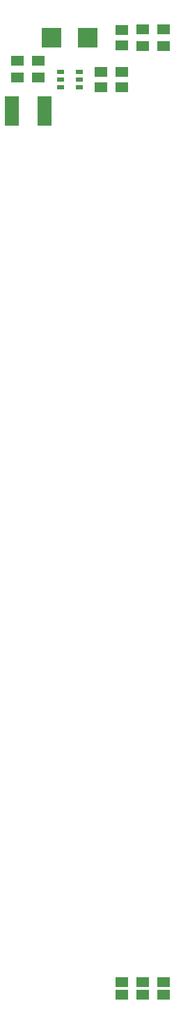
<source format=gbp>
G75*
%MOIN*%
%OFA0B0*%
%FSLAX25Y25*%
%IPPOS*%
%LPD*%
%AMOC8*
5,1,8,0,0,1.08239X$1,22.5*
%
%ADD10R,0.03543X0.02362*%
%ADD11R,0.09449X0.09449*%
%ADD12R,0.06299X0.05118*%
%ADD13R,0.05906X0.05118*%
%ADD14R,0.07087X0.14173*%
%ADD15R,0.06300X0.04600*%
D10*
X0042225Y0481760D03*
X0042225Y0485500D03*
X0042225Y0489240D03*
X0051280Y0489240D03*
X0051280Y0485500D03*
X0051280Y0481760D03*
D11*
X0055414Y0505500D03*
X0038091Y0505500D03*
D12*
X0031752Y0494437D03*
X0031752Y0486563D03*
X0021752Y0486563D03*
X0021752Y0494437D03*
X0081752Y0501563D03*
X0081752Y0509437D03*
X0091752Y0509437D03*
X0091752Y0501563D03*
D13*
X0071752Y0501760D03*
X0071752Y0509240D03*
X0071752Y0489240D03*
X0071752Y0481760D03*
X0061752Y0481760D03*
X0061752Y0489240D03*
D14*
X0034626Y0470500D03*
X0018878Y0470500D03*
D15*
X0071752Y0048500D03*
X0071752Y0054500D03*
X0081752Y0054500D03*
X0081752Y0048500D03*
X0091752Y0048500D03*
X0091752Y0054500D03*
M02*

</source>
